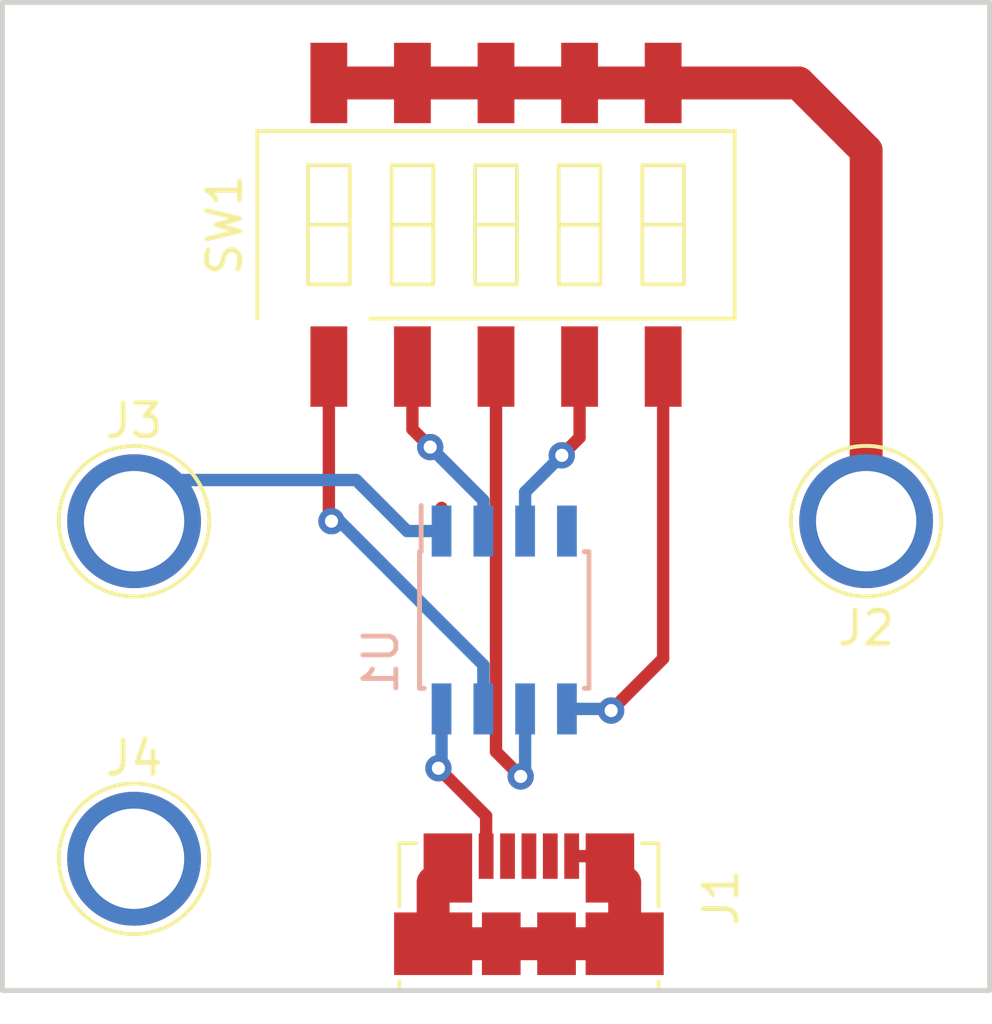
<source format=kicad_pcb>
(kicad_pcb (version 20170123) (host pcbnew no-vcs-found-14bb238~58~ubuntu16.04.1)

  (general
    (links 20)
    (no_connects 2)
    (area 103.891667 119.924999 136.358334 151.215001)
    (thickness 1.6)
    (drawings 4)
    (tracks 55)
    (zones 0)
    (modules 6)
    (nets 13)
  )

  (page A4)
  (layers
    (0 F.Cu signal)
    (31 B.Cu signal)
    (32 B.Adhes user)
    (33 F.Adhes user)
    (34 B.Paste user)
    (35 F.Paste user)
    (36 B.SilkS user)
    (37 F.SilkS user)
    (38 B.Mask user)
    (39 F.Mask user)
    (40 Dwgs.User user hide)
    (41 Cmts.User user hide)
    (42 Eco1.User user hide)
    (43 Eco2.User user hide)
    (44 Edge.Cuts user)
    (45 Margin user hide)
    (46 B.CrtYd user hide)
    (47 F.CrtYd user hide)
    (48 B.Fab user hide)
    (49 F.Fab user hide)
  )

  (setup
    (last_trace_width 1)
    (user_trace_width 0.375)
    (user_trace_width 0.5)
    (user_trace_width 0.75)
    (user_trace_width 1)
    (trace_clearance 0.2)
    (zone_clearance 0.508)
    (zone_45_only no)
    (trace_min 0.2)
    (segment_width 0.2)
    (edge_width 0.15)
    (via_size 0.8)
    (via_drill 0.4)
    (via_min_size 0.4)
    (via_min_drill 0.3)
    (uvia_size 0.3)
    (uvia_drill 0.1)
    (uvias_allowed no)
    (uvia_min_size 0.2)
    (uvia_min_drill 0.1)
    (pcb_text_width 0.3)
    (pcb_text_size 1.5 1.5)
    (mod_edge_width 0.15)
    (mod_text_size 1 1)
    (mod_text_width 0.15)
    (pad_size 1.524 1.524)
    (pad_drill 0.762)
    (pad_to_mask_clearance 0.2)
    (aux_axis_origin 0 0)
    (visible_elements FFFDFF7F)
    (pcbplotparams
      (layerselection 0x010fc_ffffffff)
      (usegerberextensions false)
      (excludeedgelayer true)
      (linewidth 0.100000)
      (plotframeref false)
      (viasonmask false)
      (mode 1)
      (useauxorigin false)
      (hpglpennumber 1)
      (hpglpenspeed 20)
      (hpglpendiameter 15)
      (psnegative false)
      (psa4output false)
      (plotreference true)
      (plotvalue true)
      (plotinvisibletext false)
      (padsonsilk false)
      (subtractmaskfromsilk false)
      (outputformat 1)
      (mirror false)
      (drillshape 0)
      (scaleselection 1)
      (outputdirectory gerbers/))
  )

  (net 0 "")
  (net 1 "Net-(J2-Pad1)")
  (net 2 GNDREF)
  (net 3 "Net-(J1-Pad1)")
  (net 4 "Net-(J1-Pad2)")
  (net 5 "Net-(J1-Pad3)")
  (net 6 "Net-(J1-Pad4)")
  (net 7 "Net-(SW1-Pad1)")
  (net 8 "Net-(SW1-Pad2)")
  (net 9 "Net-(SW1-Pad5)")
  (net 10 "Net-(SW1-Pad4)")
  (net 11 "Net-(SW1-Pad3)")
  (net 12 "Net-(J3-Pad1)")

  (net_class Default "This is the default net class."
    (clearance 0.2)
    (trace_width 0.25)
    (via_dia 0.8)
    (via_drill 0.4)
    (uvia_dia 0.3)
    (uvia_drill 0.1)
    (add_net GNDREF)
    (add_net "Net-(J1-Pad1)")
    (add_net "Net-(J1-Pad2)")
    (add_net "Net-(J1-Pad3)")
    (add_net "Net-(J1-Pad4)")
    (add_net "Net-(J2-Pad1)")
    (add_net "Net-(J3-Pad1)")
    (add_net "Net-(SW1-Pad1)")
    (add_net "Net-(SW1-Pad2)")
    (add_net "Net-(SW1-Pad3)")
    (add_net "Net-(SW1-Pad4)")
    (add_net "Net-(SW1-Pad5)")
  )

  (module Connectors:1pin (layer F.Cu) (tedit 5861332C) (tstamp 595FB4DF)
    (at 109 146)
    (descr "module 1 pin (ou trou mecanique de percage)")
    (tags DEV)
    (path /5937FD10)
    (fp_text reference J4 (at 0 -3.048) (layer F.SilkS)
      (effects (font (size 1 1) (thickness 0.15)))
    )
    (fp_text value CONN_01X01 (at 0 3) (layer F.Fab)
      (effects (font (size 1 1) (thickness 0.15)))
    )
    (fp_circle (center 0 0) (end 0 -2.286) (layer F.SilkS) (width 0.12))
    (fp_circle (center 0 0) (end 2.6 0) (layer F.CrtYd) (width 0.05))
    (fp_circle (center 0 0) (end 2 0.8) (layer F.Fab) (width 0.1))
    (pad 1 thru_hole circle (at 0 0) (size 4.064 4.064) (drill 3.048) (layers *.Cu *.Mask)
      (net 2 GNDREF))
  )

  (module Connectors:1pin (layer F.Cu) (tedit 5861332C) (tstamp 5957D98A)
    (at 109 135.75)
    (descr "module 1 pin (ou trou mecanique de percage)")
    (tags DEV)
    (path /5937F1B9)
    (fp_text reference J3 (at 0 -3.048) (layer F.SilkS)
      (effects (font (size 1 1) (thickness 0.15)))
    )
    (fp_text value CONN_01X01 (at 0 3) (layer F.Fab)
      (effects (font (size 1 1) (thickness 0.15)))
    )
    (fp_circle (center 0 0) (end 2 0.8) (layer F.Fab) (width 0.1))
    (fp_circle (center 0 0) (end 2.6 0) (layer F.CrtYd) (width 0.05))
    (fp_circle (center 0 0) (end 0 -2.286) (layer F.SilkS) (width 0.12))
    (pad 1 thru_hole circle (at 0 0) (size 4.064 4.064) (drill 3.048) (layers *.Cu *.Mask)
      (net 12 "Net-(J3-Pad1)"))
  )

  (module Connectors:1pin (layer F.Cu) (tedit 5937FD4C) (tstamp 5957D975)
    (at 131.25 135.75)
    (descr "module 1 pin (ou trou mecanique de percage)")
    (tags DEV)
    (path /5937EF55)
    (fp_text reference J2 (at 0 3.25) (layer F.SilkS)
      (effects (font (size 1 1) (thickness 0.15)))
    )
    (fp_text value CONN_01X01 (at 0 3) (layer F.Fab)
      (effects (font (size 1 1) (thickness 0.15)))
    )
    (fp_circle (center 0 0) (end 0 -2.286) (layer F.SilkS) (width 0.12))
    (fp_circle (center 0 0) (end 2.6 0) (layer F.CrtYd) (width 0.05))
    (fp_circle (center 0 0) (end 2 0.8) (layer F.Fab) (width 0.1))
    (pad 1 thru_hole circle (at 0 0) (size 4.064 4.064) (drill 3.048) (layers *.Cu *.Mask)
      (net 1 "Net-(J2-Pad1)"))
  )

  (module Buttons_Switches_SMD:SW_DIP_x5_W8.61mm_Slide_LowProfile (layer F.Cu) (tedit 586545EC) (tstamp 594B74A6)
    (at 120 126.75 90)
    (descr "5x-dip-switch, Slide, row spacing 8.61 mm (338 mils), SMD, LowProfile")
    (tags "DIP Switch Slide 8.61mm 338mil SMD LowProfile")
    (path /5933F48E)
    (attr smd)
    (fp_text reference SW1 (at 0 -8.25 90) (layer F.SilkS)
      (effects (font (size 1 1) (thickness 0.15)))
    )
    (fp_text value SW_DIP_x05 (at 0 8.25 90) (layer F.Fab)
      (effects (font (size 1 1) (thickness 0.15)))
    )
    (fp_line (start -2.34 -7.13) (end 3.34 -7.13) (layer F.Fab) (width 0.1))
    (fp_line (start 3.34 -7.13) (end 3.34 7.13) (layer F.Fab) (width 0.1))
    (fp_line (start 3.34 7.13) (end -3.34 7.13) (layer F.Fab) (width 0.1))
    (fp_line (start -3.34 7.13) (end -3.34 -6.13) (layer F.Fab) (width 0.1))
    (fp_line (start -3.34 -6.13) (end -2.34 -7.13) (layer F.Fab) (width 0.1))
    (fp_line (start -1.81 -5.715) (end -1.81 -4.445) (layer F.Fab) (width 0.1))
    (fp_line (start -1.81 -4.445) (end 1.81 -4.445) (layer F.Fab) (width 0.1))
    (fp_line (start 1.81 -4.445) (end 1.81 -5.715) (layer F.Fab) (width 0.1))
    (fp_line (start 1.81 -5.715) (end -1.81 -5.715) (layer F.Fab) (width 0.1))
    (fp_line (start 0 -5.715) (end 0 -4.445) (layer F.Fab) (width 0.1))
    (fp_line (start -1.81 -3.175) (end -1.81 -1.905) (layer F.Fab) (width 0.1))
    (fp_line (start -1.81 -1.905) (end 1.81 -1.905) (layer F.Fab) (width 0.1))
    (fp_line (start 1.81 -1.905) (end 1.81 -3.175) (layer F.Fab) (width 0.1))
    (fp_line (start 1.81 -3.175) (end -1.81 -3.175) (layer F.Fab) (width 0.1))
    (fp_line (start 0 -3.175) (end 0 -1.905) (layer F.Fab) (width 0.1))
    (fp_line (start -1.81 -0.635) (end -1.81 0.635) (layer F.Fab) (width 0.1))
    (fp_line (start -1.81 0.635) (end 1.81 0.635) (layer F.Fab) (width 0.1))
    (fp_line (start 1.81 0.635) (end 1.81 -0.635) (layer F.Fab) (width 0.1))
    (fp_line (start 1.81 -0.635) (end -1.81 -0.635) (layer F.Fab) (width 0.1))
    (fp_line (start 0 -0.635) (end 0 0.635) (layer F.Fab) (width 0.1))
    (fp_line (start -1.81 1.905) (end -1.81 3.175) (layer F.Fab) (width 0.1))
    (fp_line (start -1.81 3.175) (end 1.81 3.175) (layer F.Fab) (width 0.1))
    (fp_line (start 1.81 3.175) (end 1.81 1.905) (layer F.Fab) (width 0.1))
    (fp_line (start 1.81 1.905) (end -1.81 1.905) (layer F.Fab) (width 0.1))
    (fp_line (start 0 1.905) (end 0 3.175) (layer F.Fab) (width 0.1))
    (fp_line (start -1.81 4.445) (end -1.81 5.715) (layer F.Fab) (width 0.1))
    (fp_line (start -1.81 5.715) (end 1.81 5.715) (layer F.Fab) (width 0.1))
    (fp_line (start 1.81 5.715) (end 1.81 4.445) (layer F.Fab) (width 0.1))
    (fp_line (start 1.81 4.445) (end -1.81 4.445) (layer F.Fab) (width 0.1))
    (fp_line (start 0 4.445) (end 0 5.715) (layer F.Fab) (width 0.1))
    (fp_line (start -2.845 -7.25) (end 2.845 -7.25) (layer F.SilkS) (width 0.12))
    (fp_line (start 2.845 -7.25) (end 2.845 7.25) (layer F.SilkS) (width 0.12))
    (fp_line (start 2.845 7.25) (end -2.845 7.25) (layer F.SilkS) (width 0.12))
    (fp_line (start -2.845 7.25) (end -2.845 -3.81) (layer F.SilkS) (width 0.12))
    (fp_line (start -1.81 -5.715) (end -1.81 -4.445) (layer F.SilkS) (width 0.12))
    (fp_line (start -1.81 -4.445) (end 1.81 -4.445) (layer F.SilkS) (width 0.12))
    (fp_line (start 1.81 -4.445) (end 1.81 -5.715) (layer F.SilkS) (width 0.12))
    (fp_line (start 1.81 -5.715) (end -1.81 -5.715) (layer F.SilkS) (width 0.12))
    (fp_line (start 0 -5.715) (end 0 -4.445) (layer F.SilkS) (width 0.12))
    (fp_line (start -1.81 -3.175) (end -1.81 -1.905) (layer F.SilkS) (width 0.12))
    (fp_line (start -1.81 -1.905) (end 1.81 -1.905) (layer F.SilkS) (width 0.12))
    (fp_line (start 1.81 -1.905) (end 1.81 -3.175) (layer F.SilkS) (width 0.12))
    (fp_line (start 1.81 -3.175) (end -1.81 -3.175) (layer F.SilkS) (width 0.12))
    (fp_line (start 0 -3.175) (end 0 -1.905) (layer F.SilkS) (width 0.12))
    (fp_line (start -1.81 -0.635) (end -1.81 0.635) (layer F.SilkS) (width 0.12))
    (fp_line (start -1.81 0.635) (end 1.81 0.635) (layer F.SilkS) (width 0.12))
    (fp_line (start 1.81 0.635) (end 1.81 -0.635) (layer F.SilkS) (width 0.12))
    (fp_line (start 1.81 -0.635) (end -1.81 -0.635) (layer F.SilkS) (width 0.12))
    (fp_line (start 0 -0.635) (end 0 0.635) (layer F.SilkS) (width 0.12))
    (fp_line (start -1.81 1.905) (end -1.81 3.175) (layer F.SilkS) (width 0.12))
    (fp_line (start -1.81 3.175) (end 1.81 3.175) (layer F.SilkS) (width 0.12))
    (fp_line (start 1.81 3.175) (end 1.81 1.905) (layer F.SilkS) (width 0.12))
    (fp_line (start 1.81 1.905) (end -1.81 1.905) (layer F.SilkS) (width 0.12))
    (fp_line (start 0 1.905) (end 0 3.175) (layer F.SilkS) (width 0.12))
    (fp_line (start -1.81 4.445) (end -1.81 5.715) (layer F.SilkS) (width 0.12))
    (fp_line (start -1.81 5.715) (end 1.81 5.715) (layer F.SilkS) (width 0.12))
    (fp_line (start 1.81 5.715) (end 1.81 4.445) (layer F.SilkS) (width 0.12))
    (fp_line (start 1.81 4.445) (end -1.81 4.445) (layer F.SilkS) (width 0.12))
    (fp_line (start 0 4.445) (end 0 5.715) (layer F.SilkS) (width 0.12))
    (fp_line (start -5.8 -7.5) (end -5.8 7.5) (layer F.CrtYd) (width 0.05))
    (fp_line (start -5.8 7.5) (end 5.8 7.5) (layer F.CrtYd) (width 0.05))
    (fp_line (start 5.8 7.5) (end 5.8 -7.5) (layer F.CrtYd) (width 0.05))
    (fp_line (start 5.8 -7.5) (end -5.8 -7.5) (layer F.CrtYd) (width 0.05))
    (pad 1 smd rect (at -4.305 -5.08 90) (size 2.44 1.12) (layers F.Cu F.Mask)
      (net 7 "Net-(SW1-Pad1)"))
    (pad 6 smd rect (at 4.305 5.08 90) (size 2.44 1.12) (layers F.Cu F.Mask)
      (net 1 "Net-(J2-Pad1)"))
    (pad 2 smd rect (at -4.305 -2.54 90) (size 2.44 1.12) (layers F.Cu F.Mask)
      (net 8 "Net-(SW1-Pad2)"))
    (pad 7 smd rect (at 4.305 2.54 90) (size 2.44 1.12) (layers F.Cu F.Mask)
      (net 1 "Net-(J2-Pad1)"))
    (pad 3 smd rect (at -4.305 0 90) (size 2.44 1.12) (layers F.Cu F.Mask)
      (net 11 "Net-(SW1-Pad3)"))
    (pad 8 smd rect (at 4.305 0 90) (size 2.44 1.12) (layers F.Cu F.Mask)
      (net 1 "Net-(J2-Pad1)"))
    (pad 4 smd rect (at -4.305 2.54 90) (size 2.44 1.12) (layers F.Cu F.Mask)
      (net 10 "Net-(SW1-Pad4)"))
    (pad 9 smd rect (at 4.305 -2.54 90) (size 2.44 1.12) (layers F.Cu F.Mask)
      (net 1 "Net-(J2-Pad1)"))
    (pad 5 smd rect (at -4.305 5.08 90) (size 2.44 1.12) (layers F.Cu F.Mask)
      (net 9 "Net-(SW1-Pad5)"))
    (pad 10 smd rect (at 4.305 -5.08 90) (size 2.44 1.12) (layers F.Cu F.Mask)
      (net 1 "Net-(J2-Pad1)"))
    (model Buttons_Switches.3dshapes/SW_DIP_x5_W8.61mm_Slide_LowProfile.wrl
      (at (xyz 0 0 0))
      (scale (xyz 1 1 1))
      (rotate (xyz 0 0 90))
    )
  )

  (module Connectors_Molex:USB_Micro-B_Molex_47346-0001 (layer F.Cu) (tedit 5899FC64) (tstamp 594B6BD5)
    (at 121 147.25 90)
    (descr http://www.molex.com/pdm_docs/sd/473460001_sd.pdf)
    (tags "Micro-USB SMD")
    (path /593335EB)
    (attr smd)
    (fp_text reference J1 (at 0.07 5.84 270) (layer F.SilkS)
      (effects (font (size 1 1) (thickness 0.15)))
    )
    (fp_text value USB_OTG (at 0.07 -5.97 90) (layer F.Fab)
      (effects (font (size 1 1) (thickness 0.15)))
    )
    (fp_text user "PCB Front Edge" (at -2.85 7.62 180) (layer Dwgs.User)
      (effects (font (size 0.4 0.4) (thickness 0.04)))
    )
    (fp_line (start 1.72 3.94) (end 1.72 3.43) (layer F.SilkS) (width 0.12))
    (fp_line (start -3.74 4.6) (end -3.74 -4.6) (layer F.CrtYd) (width 0.05))
    (fp_line (start 2.52 4.6) (end -3.74 4.6) (layer F.CrtYd) (width 0.05))
    (fp_line (start 2.52 -4.6) (end 2.52 4.6) (layer F.CrtYd) (width 0.05))
    (fp_line (start -3.74 -4.6) (end 2.52 -4.6) (layer F.CrtYd) (width 0.05))
    (fp_line (start -3.48 3.75) (end -3.48 -3.75) (layer F.Fab) (width 0.1))
    (fp_line (start 1.52 3.75) (end -3.48 3.75) (layer F.Fab) (width 0.1))
    (fp_line (start 1.52 -3.75) (end 1.52 3.75) (layer F.Fab) (width 0.1))
    (fp_line (start -3.48 -3.75) (end 1.52 -3.75) (layer F.Fab) (width 0.1))
    (fp_line (start -2.47 3.94) (end -2.73 3.94) (layer F.SilkS) (width 0.12))
    (fp_line (start 1.72 3.94) (end -0.19 3.94) (layer F.SilkS) (width 0.12))
    (fp_line (start 1.72 -3.94) (end 1.72 -3.43) (layer F.SilkS) (width 0.12))
    (fp_line (start -0.19 -3.94) (end 1.72 -3.94) (layer F.SilkS) (width 0.12))
    (fp_line (start -2.73 -3.94) (end -2.47 -3.94) (layer F.SilkS) (width 0.12))
    (fp_line (start -2.78 -5) (end -2.78 5) (layer Dwgs.User) (width 0.15))
    (pad 1 smd rect (at 1.33 -1.3 90) (size 1.38 0.45) (layers F.Cu F.Paste F.Mask)
      (net 3 "Net-(J1-Pad1)"))
    (pad 2 smd rect (at 1.33 -0.65 90) (size 1.38 0.45) (layers F.Cu F.Paste F.Mask)
      (net 4 "Net-(J1-Pad2)"))
    (pad 3 smd rect (at 1.33 0 90) (size 1.38 0.45) (layers F.Cu F.Paste F.Mask)
      (net 5 "Net-(J1-Pad3)"))
    (pad 4 smd rect (at 1.33 0.65 90) (size 1.38 0.45) (layers F.Cu F.Paste F.Mask)
      (net 6 "Net-(J1-Pad4)"))
    (pad 5 smd rect (at 1.33 1.3 90) (size 1.38 0.45) (layers F.Cu F.Paste F.Mask)
      (net 2 GNDREF))
    (pad 6 smd rect (at 0.97 -2.4625 90) (size 2.1 1.475) (layers F.Cu F.Paste F.Mask)
      (net 2 GNDREF))
    (pad 6 smd rect (at 0.97 2.4625 90) (size 2.1 1.475) (layers F.Cu F.Paste F.Mask)
      (net 2 GNDREF))
    (pad 6 smd rect (at -1.33 -2.91 90) (size 1.9 2.375) (layers F.Cu F.Paste F.Mask)
      (net 2 GNDREF))
    (pad 6 smd rect (at -1.33 2.91 90) (size 1.9 2.375) (layers F.Cu F.Paste F.Mask)
      (net 2 GNDREF))
    (pad 6 smd rect (at -1.33 -0.84 90) (size 1.9 1.175) (layers F.Cu F.Paste F.Mask)
      (net 2 GNDREF))
    (pad 6 smd rect (at -1.33 0.84 90) (size 1.9 1.175) (layers F.Cu F.Paste F.Mask)
      (net 2 GNDREF))
    (model Connectors_Molex.3dshapes/USB_Micro-B_Molex_47346-0001.wrl
      (at (xyz -0.05 0 0.05))
      (scale (xyz 0.39 0.39 0.39))
      (rotate (xyz -90 0 90))
    )
  )

  (module Housings_SOIC:SOIC-8_3.9x4.9mm_Pitch1.27mm (layer B.Cu) (tedit 5935B7CE) (tstamp 594B6B7E)
    (at 120.25 138.75 270)
    (descr "8-Lead Plastic Small Outline (SN) - Narrow, 3.90 mm Body [SOIC] (see Microchip Packaging Specification 00000049BS.pdf)")
    (tags "SOIC 1.27")
    (path /593325CF)
    (attr smd)
    (fp_text reference U1 (at 1.25 3.75 270) (layer B.SilkS)
      (effects (font (size 1 1) (thickness 0.15)) (justify mirror))
    )
    (fp_text value DS1100-500 (at 0 -3.5 270) (layer B.Fab)
      (effects (font (size 1 1) (thickness 0.15)) (justify mirror))
    )
    (fp_text user %R (at 0 0 270) (layer B.Fab)
      (effects (font (size 1 1) (thickness 0.15)) (justify mirror))
    )
    (fp_line (start -0.95 2.45) (end 1.95 2.45) (layer B.Fab) (width 0.1))
    (fp_line (start 1.95 2.45) (end 1.95 -2.45) (layer B.Fab) (width 0.1))
    (fp_line (start 1.95 -2.45) (end -1.95 -2.45) (layer B.Fab) (width 0.1))
    (fp_line (start -1.95 -2.45) (end -1.95 1.45) (layer B.Fab) (width 0.1))
    (fp_line (start -1.95 1.45) (end -0.95 2.45) (layer B.Fab) (width 0.1))
    (fp_line (start -3.73 2.7) (end -3.73 -2.7) (layer B.CrtYd) (width 0.05))
    (fp_line (start 3.73 2.7) (end 3.73 -2.7) (layer B.CrtYd) (width 0.05))
    (fp_line (start -3.73 2.7) (end 3.73 2.7) (layer B.CrtYd) (width 0.05))
    (fp_line (start -3.73 -2.7) (end 3.73 -2.7) (layer B.CrtYd) (width 0.05))
    (fp_line (start -2.075 2.575) (end -2.075 2.525) (layer B.SilkS) (width 0.15))
    (fp_line (start 2.075 2.575) (end 2.075 2.43) (layer B.SilkS) (width 0.15))
    (fp_line (start 2.075 -2.575) (end 2.075 -2.43) (layer B.SilkS) (width 0.15))
    (fp_line (start -2.075 -2.575) (end -2.075 -2.43) (layer B.SilkS) (width 0.15))
    (fp_line (start -2.075 2.575) (end 2.075 2.575) (layer B.SilkS) (width 0.15))
    (fp_line (start -2.075 -2.575) (end 2.075 -2.575) (layer B.SilkS) (width 0.15))
    (fp_line (start -2.075 2.525) (end -3.475 2.525) (layer B.SilkS) (width 0.15))
    (pad 1 smd rect (at -2.7 1.905 270) (size 1.55 0.6) (layers B.Cu B.Paste B.Mask)
      (net 12 "Net-(J3-Pad1)"))
    (pad 2 smd rect (at -2.7 0.635 270) (size 1.55 0.6) (layers B.Cu B.Paste B.Mask)
      (net 8 "Net-(SW1-Pad2)"))
    (pad 3 smd rect (at -2.7 -0.635 270) (size 1.55 0.6) (layers B.Cu B.Paste B.Mask)
      (net 10 "Net-(SW1-Pad4)"))
    (pad 4 smd rect (at -2.7 -1.905 270) (size 1.55 0.6) (layers B.Cu B.Paste B.Mask)
      (net 2 GNDREF))
    (pad 5 smd rect (at 2.7 -1.905 270) (size 1.55 0.6) (layers B.Cu B.Paste B.Mask)
      (net 9 "Net-(SW1-Pad5)"))
    (pad 6 smd rect (at 2.7 -0.635 270) (size 1.55 0.6) (layers B.Cu B.Paste B.Mask)
      (net 11 "Net-(SW1-Pad3)"))
    (pad 7 smd rect (at 2.7 0.635 270) (size 1.55 0.6) (layers B.Cu B.Paste B.Mask)
      (net 7 "Net-(SW1-Pad1)"))
    (pad 8 smd rect (at 2.7 1.905 270) (size 1.55 0.6) (layers B.Cu B.Paste B.Mask)
      (net 3 "Net-(J1-Pad1)"))
    (model Housings_SOIC.3dshapes/SOIC-8_3.9x4.9mm_Pitch1.27mm.wrl
      (at (xyz 0 0 0))
      (scale (xyz 1 1 1))
      (rotate (xyz 0 0 0))
    )
  )

  (gr_line (start 105 120) (end 105 150) (angle 90) (layer Edge.Cuts) (width 0.15))
  (gr_line (start 135 120) (end 105 120) (angle 90) (layer Edge.Cuts) (width 0.15))
  (gr_line (start 135 150) (end 135 120) (angle 90) (layer Edge.Cuts) (width 0.15))
  (gr_line (start 105 150) (end 135 150) (angle 90) (layer Edge.Cuts) (width 0.15))

  (segment (start 118.345 136.05) (end 118.345 135.345) (width 0.375) (layer F.Cu) (net 0) (status 30))
  (segment (start 122.155 141.45) (end 122.2 141.45) (width 0.375) (layer F.Cu) (net 0) (status 30))
  (segment (start 131.25 135.75) (end 131.25 124.5) (width 1) (layer F.Cu) (net 1))
  (segment (start 129.195 122.445) (end 125.08 122.445) (width 1) (layer F.Cu) (net 1) (tstamp 5957DA77))
  (segment (start 131.25 124.5) (end 129.195 122.445) (width 1) (layer F.Cu) (net 1) (tstamp 5957DA76))
  (segment (start 122.54 122.445) (end 125.08 122.445) (width 1) (layer F.Cu) (net 1))
  (segment (start 120 122.445) (end 122.54 122.445) (width 1) (layer F.Cu) (net 1))
  (segment (start 117.46 122.445) (end 120 122.445) (width 1) (layer F.Cu) (net 1))
  (segment (start 114.92 122.445) (end 117.46 122.445) (width 1) (layer F.Cu) (net 1))
  (segment (start 122.3 145.92) (end 123.1025 145.92) (width 0.375) (layer F.Cu) (net 2) (status 30))
  (segment (start 123.1025 145.92) (end 123.4625 146.28) (width 0.375) (layer F.Cu) (net 2) (tstamp 59534FF2) (status 30))
  (segment (start 118.09 148.58) (end 118.09 146.7275) (width 1) (layer F.Cu) (net 2) (status 30))
  (segment (start 118.09 146.7275) (end 118.5375 146.28) (width 1) (layer F.Cu) (net 2) (tstamp 59534FDE) (status 30))
  (segment (start 123.91 148.58) (end 123.91 146.7275) (width 1) (layer F.Cu) (net 2) (status 30))
  (segment (start 123.91 146.7275) (end 123.4625 146.28) (width 1) (layer F.Cu) (net 2) (tstamp 59534FDB) (status 30))
  (segment (start 121.84 148.58) (end 123.91 148.58) (width 1) (layer F.Cu) (net 2) (status 30))
  (segment (start 120.16 148.58) (end 121.84 148.58) (width 1) (layer F.Cu) (net 2) (status 30))
  (segment (start 118.09 148.58) (end 120.16 148.58) (width 1) (layer F.Cu) (net 2) (status 30))
  (segment (start 119.7 145.92) (end 119.7 144.7) (width 0.375) (layer F.Cu) (net 3))
  (segment (start 118.345 143.155) (end 118.345 141.45) (width 0.375) (layer B.Cu) (net 3) (tstamp 59549F9D))
  (segment (start 118.25 143.25) (end 118.345 143.155) (width 0.375) (layer B.Cu) (net 3) (tstamp 59549F9C))
  (via (at 118.25 143.25) (size 0.8) (drill 0.4) (layers F.Cu B.Cu) (net 3))
  (segment (start 119.7 144.7) (end 118.25 143.25) (width 0.375) (layer F.Cu) (net 3) (tstamp 59549F9A))
  (segment (start 119.615 141.45) (end 119.615 140.115) (width 0.375) (layer B.Cu) (net 7))
  (segment (start 114.92 135.67) (end 114.92 131.055) (width 0.375) (layer F.Cu) (net 7) (tstamp 59549F97))
  (segment (start 115 135.75) (end 114.92 135.67) (width 0.375) (layer F.Cu) (net 7) (tstamp 59549F96))
  (via (at 115 135.75) (size 0.8) (drill 0.4) (layers F.Cu B.Cu) (net 7))
  (segment (start 115.25 135.75) (end 115 135.75) (width 0.375) (layer B.Cu) (net 7) (tstamp 59549F94))
  (segment (start 119.615 140.115) (end 115.25 135.75) (width 0.375) (layer B.Cu) (net 7) (tstamp 59549F93))
  (segment (start 114.75 131.225) (end 114.92 131.055) (width 0.375) (layer F.Cu) (net 7) (tstamp 59549F22))
  (segment (start 119.615 136.05) (end 119.615 135.115) (width 0.375) (layer B.Cu) (net 8))
  (segment (start 117.46 132.96) (end 117.46 131.055) (width 0.375) (layer F.Cu) (net 8) (tstamp 59549F84))
  (segment (start 118 133.5) (end 117.46 132.96) (width 0.375) (layer F.Cu) (net 8) (tstamp 59549F83))
  (via (at 118 133.5) (size 0.8) (drill 0.4) (layers F.Cu B.Cu) (net 8))
  (segment (start 119.615 135.115) (end 118 133.5) (width 0.375) (layer B.Cu) (net 8) (tstamp 59549F81))
  (segment (start 125.08 131.055) (end 125.08 139.92) (width 0.375) (layer F.Cu) (net 9))
  (segment (start 123.45 141.45) (end 122.155 141.45) (width 0.375) (layer B.Cu) (net 9) (tstamp 5954A301))
  (segment (start 123.5 141.5) (end 123.45 141.45) (width 0.375) (layer B.Cu) (net 9) (tstamp 5954A300))
  (via (at 123.5 141.5) (size 0.8) (drill 0.4) (layers F.Cu B.Cu) (net 9))
  (segment (start 125.08 139.92) (end 123.5 141.5) (width 0.375) (layer F.Cu) (net 9) (tstamp 5954A2FD))
  (segment (start 120.885 136.05) (end 120.885 134.865) (width 0.375) (layer B.Cu) (net 10))
  (segment (start 122.54 133.21) (end 122.54 131.055) (width 0.375) (layer F.Cu) (net 10) (tstamp 59549F8A))
  (segment (start 122 133.75) (end 122.54 133.21) (width 0.375) (layer F.Cu) (net 10) (tstamp 59549F89))
  (via (at 122 133.75) (size 0.8) (drill 0.4) (layers F.Cu B.Cu) (net 10))
  (segment (start 120.885 134.865) (end 122 133.75) (width 0.375) (layer B.Cu) (net 10) (tstamp 59549F87))
  (segment (start 122.5 131.095) (end 122.54 131.055) (width 0.375) (layer F.Cu) (net 10) (tstamp 59549EFA))
  (segment (start 120 131.055) (end 120 142.75) (width 0.375) (layer F.Cu) (net 11))
  (segment (start 120.885 143.365) (end 120.885 141.45) (width 0.375) (layer B.Cu) (net 11) (tstamp 59549F90))
  (segment (start 120.75 143.5) (end 120.885 143.365) (width 0.375) (layer B.Cu) (net 11) (tstamp 59549F8F))
  (via (at 120.75 143.5) (size 0.8) (drill 0.4) (layers F.Cu B.Cu) (net 11))
  (segment (start 120 142.75) (end 120.75 143.5) (width 0.375) (layer F.Cu) (net 11) (tstamp 59549F8D))
  (segment (start 118.345 136.05) (end 117.3 136.05) (width 0.375) (layer B.Cu) (net 12))
  (segment (start 115.75 134.5) (end 110.25 134.5) (width 0.375) (layer B.Cu) (net 12) (tstamp 5957DA5F) (status 20))
  (segment (start 117.3 136.05) (end 115.75 134.5) (width 0.375) (layer B.Cu) (net 12) (tstamp 5957DA5E))
  (segment (start 110.25 134.5) (end 109 135.75) (width 0.375) (layer B.Cu) (net 12) (tstamp 5957DA61) (status 30))

  (zone (net 2) (net_name GNDREF) (layer F.Cu) (tstamp 594B7E0F) (hatch edge 0.508)
    (connect_pads (clearance 0.508))
    (min_thickness 0.254)
    (fill (arc_segments 16) (thermal_gap 0.508) (thermal_bridge_width 0.508))
    (polygon
      (pts
        (xy 135 150) (xy 134.75 150.25) (xy 105 150) (xy 105 120) (xy 135 120)
      )
    )
  )
  (zone (net 2) (net_name GNDREF) (layer B.Cu) (tstamp 5954A304) (hatch edge 0.508)
    (connect_pads (clearance 0.508))
    (min_thickness 0.254)
    (fill (arc_segments 16) (thermal_gap 0.508) (thermal_bridge_width 0.508))
    (polygon
      (pts
        (xy 135 150.25) (xy 105 150) (xy 105 120) (xy 135 120)
      )
    )
  )
)

</source>
